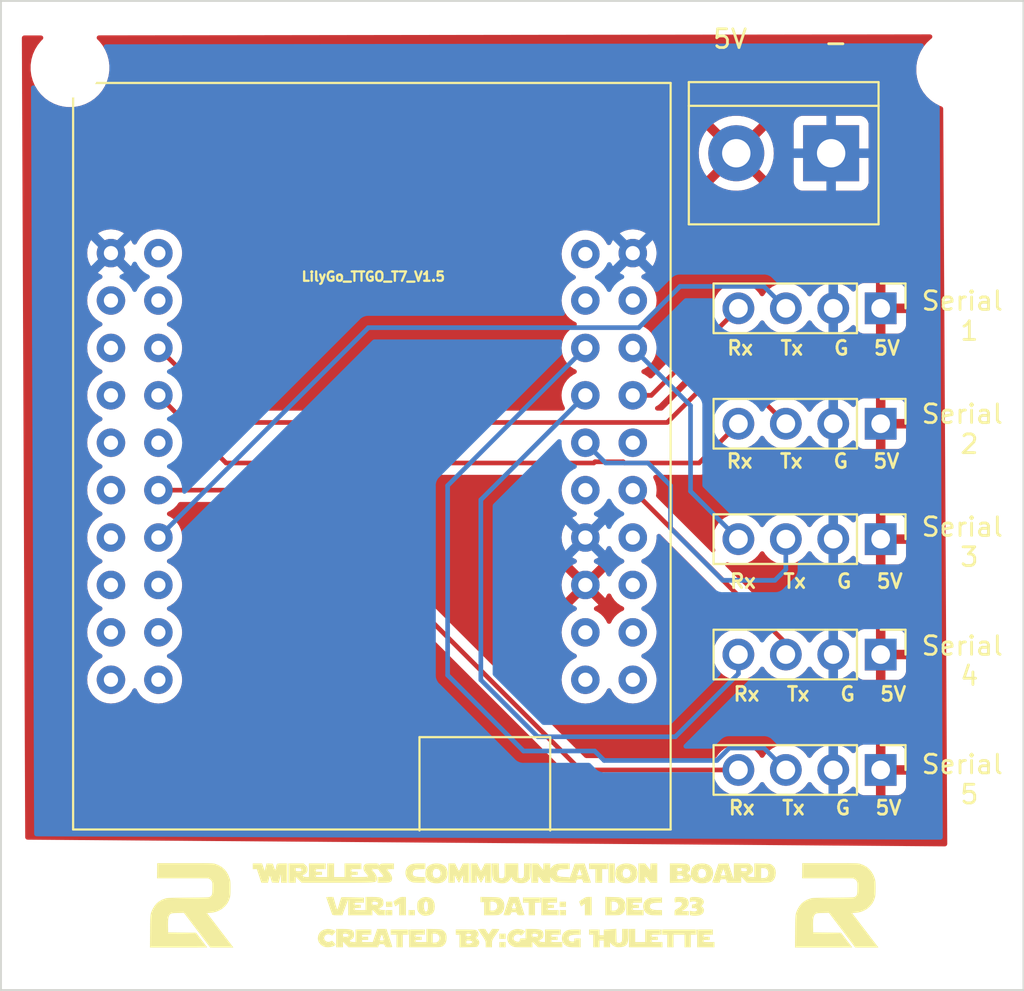
<source format=kicad_pcb>
(kicad_pcb (version 20211014) (generator pcbnew)
  (layers (0 "F.Cu" signal) (31 "B.Cu" signal) (34 "B.Paste" user) (35 "F.Paste" user) (36 "B.SilkS" user "B.Silkscreen") (37 "F.SilkS" user "F.Silkscreen") (38 "B.Mask" user) (39 "F.Mask" user) (44 "Edge.Cuts" user))
  (net 0 "")
  (net 1 "GND")
  (net 2 "+5V")
  (net 3 "Tx1")
  (net 4 "Rx1")
  (net 5 "Tx2")
  (net 6 "Rx2")
  (net 8 "Tx4")
  (net 9 "Rx4")
  (net 10 "Tx5")
  (net 13 "Rx5")
  (net 21 "Rx3")
  (net 37 "Tx3")
  (footprint "Logos:R2_Logo_V2" (layer "F.Cu") (at 124.206 115.813113)
    (fp_text reference "G***" hide)
    (fp_text value "LOGO" hide)
  )
  (footprint "Connector_PinHeader_2.54mm:PinHeader_1x04_P2.54mm_Vertical" (layer "F.Cu") (at 161.114 95.837 -90)
    (fp_text reference "J3" hide)
    (fp_text value "S3" hide)
    (pad "1" thru_hole rect locked (at 0 0 270) (size 1.7 1.7) (drill 1) (layers *.Cu *.Mask) (net 2 "+5V"))
    (pad "2" thru_hole oval locked (at 0 2.54 270) (size 1.7 1.7) (drill 1) (layers *.Cu *.Mask) (net 1 "GND"))
    (pad "3" thru_hole oval locked (at 0 5.08 270) (size 1.7 1.7) (drill 1) (layers *.Cu *.Mask) (net 37 "Tx3"))
    (pad "4" thru_hole oval locked (at 0 7.62 270) (size 1.7 1.7) (drill 1) (layers *.Cu *.Mask) (net 21 "Rx3"))
  )
  (footprint "MountingHole:MountingHole_3.2mm_M3" (layer "F.Cu") (at 165.082 116.24)
    (fp_text reference "REF**" hide)
    (fp_text value "MountingHole_3.2mm_M3" hide)
    (pad "" np_thru_hole circle locked (at 0 0) (size 3.2 3.2) (drill 3.2) (layers *.Cu *.Mask))
  )
  (footprint "MountingHole:MountingHole_3.2mm_M3" (layer "F.Cu") (at 165.128 70.684)
    (fp_text reference "REF**" hide)
    (fp_text value "MountingHole_3.2mm_M3" hide)
    (pad "" np_thru_hole circle locked (at 0 0) (size 3.2 3.2) (drill 3.2) (layers *.Cu *.Mask))
  )
  (footprint "MountingHole:MountingHole_3.2mm_M3" (layer "F.Cu") (at 117.654 116.298)
    (fp_text reference "REF**" hide)
    (fp_text value "MountingHole_3.2mm_M3" hide)
    (pad "" np_thru_hole circle locked (at 0 0) (size 3.2 3.2) (drill 3.2) (layers *.Cu *.Mask))
  )
  (footprint "Module:LILYGO_TTGO_T7_V1.5" (layer "F.Cu") (at 133.865 91.395)
    (fp_text reference "U1" hide)
    (fp_text value "LilyGo_TTGO_T7_V1.5" (at 0.0762 -9.6266 180) (layer "F.SilkS") (effects (font (size 0.5 0.5) (thickness 0.125))))
    (pad "0" thru_hole circle (at 13.973 4.357) (size 1.524 1.524) (drill 0.762) (layers *.Cu *.Mask))
    (pad "1" thru_hole circle (at 11.433 -10.833) (size 1.524 1.524) (drill 0.762) (layers *.Cu *.Mask))
    (pad "2" thru_hole circle (at 13.973 6.897) (size 1.524 1.524) (drill 0.762) (layers *.Cu *.Mask))
    (pad "3" thru_hole circle (at 11.433 -8.343) (size 1.524 1.524) (drill 0.762) (layers *.Cu *.Mask))
    (pad "4" thru_hole circle (at 13.973 1.817) (size 1.524 1.524) (drill 0.762) (layers *.Cu *.Mask) (net 8 "Tx4"))
    (pad "5" thru_hole circle (at -11.433 4.357) (size 1.524 1.524) (drill 0.762) (layers *.Cu *.Mask) (net 3 "Tx1"))
    (pad "18" thru_hole circle (at -11.433 -3.263) (size 1.524 1.524) (drill 0.762) (layers *.Cu *.Mask) (net 6 "Rx2"))
    (pad "19" thru_hole circle (at -11.433 -0.723) (size 1.524 1.524) (drill 0.762) (layers *.Cu *.Mask))
    (pad "21" thru_hole circle (at 11.433 -3.263) (size 1.524 1.524) (drill 0.762) (layers *.Cu *.Mask) (net 9 "Rx4"))
    (pad "22" thru_hole circle (at 11.433 -5.803) (size 1.524 1.524) (drill 0.762) (layers *.Cu *.Mask) (net 10 "Tx5"))
    (pad "23" thru_hole circle (at -11.433 1.817) (size 1.524 1.524) (drill 0.762) (layers *.Cu *.Mask) (net 13 "Rx5"))
    (pad "25" thru_hole circle (at 11.433 1.817) (size 1.524 1.524) (drill 0.762) (layers *.Cu *.Mask))
    (pad "26" thru_hole circle (at -11.433 -5.803) (size 1.524 1.524) (drill 0.762) (layers *.Cu *.Mask) (net 5 "Tx2"))
    (pad "27" thru_hole circle (at 11.433 -0.723) (size 1.524 1.524) (drill 0.762) (layers *.Cu *.Mask) (net 37 "Tx3"))
    (pad "32" thru_hole circle (at 13.973 -3.263) (size 1.524 1.524) (drill 0.762) (layers *.Cu *.Mask) (net 4 "Rx1"))
    (pad "33" thru_hole circle (at -13.973 -0.723) (size 1.524 1.524) (drill 0.762) (layers *.Cu *.Mask))
    (pad "34" thru_hole circle (at -13.973 1.817) (size 1.524 1.524) (drill 0.762) (layers *.Cu *.Mask))
    (pad "35" thru_hole circle (at -13.973 -3.263) (size 1.524 1.524) (drill 0.762) (layers *.Cu *.Mask))
    (pad "39" thru_hole circle (at -13.973 -5.803) (size 1.524 1.524) (drill 0.762) (layers *.Cu *.Mask))
    (pad "60" thru_hole circle (at 11.433 4.357) (size 1.524 1.524) (drill 0.762) (layers *.Cu *.Mask) (net 1 "GND"))
    (pad "61" thru_hole circle (at 13.973 -10.883) (size 1.524 1.524) (drill 0.762) (layers *.Cu *.Mask) (net 1 "GND"))
    (pad "62" thru_hole circle (at -13.973 -10.883) (size 1.524 1.524) (drill 0.762) (layers *.Cu *.Mask) (net 1 "GND"))
    (pad "70" thru_hole circle (at 11.433 6.897) (size 1.524 1.524) (drill 0.762) (layers *.Cu *.Mask) (net 2 "+5V"))
    (pad "71" thru_hole circle (at -11.433 6.897) (size 1.524 1.524) (drill 0.762) (layers *.Cu *.Mask))
    (pad "80" thru_hole circle (at 11.433 9.437) (size 1.524 1.524) (drill 0.762) (layers *.Cu *.Mask))
    (pad "81" thru_hole circle (at 11.433 11.977) (size 1.524 1.524) (drill 0.762) (layers *.Cu *.Mask))
    (pad "82" thru_hole circle (at 13.973 -0.723) (size 1.524 1.524) (drill 0.762) (layers *.Cu *.Mask))
    (pad "83" thru_hole circle (at 13.973 9.437) (size 1.524 1.524) (drill 0.762) (layers *.Cu *.Mask))
    (pad "84" thru_hole circle (at 13.973 11.977) (size 1.524 1.524) (drill 0.762) (layers *.Cu *.Mask))
    (pad "85" thru_hole circle (at -11.433 -10.883) (size 1.524 1.524) (drill 0.762) (layers *.Cu *.Mask))
    (pad "86" thru_hole circle (at -11.433 -8.343) (size 1.524 1.524) (drill 0.762) (layers *.Cu *.Mask))
    (pad "87" thru_hole circle (at -11.433 9.437) (size 1.524 1.524) (drill 0.762) (layers *.Cu *.Mask))
    (pad "88" thru_hole circle (at -11.433 11.977) (size 1.524 1.524) (drill 0.762) (layers *.Cu *.Mask))
    (pad "89" thru_hole circle (at -13.973 -8.343) (size 1.524 1.524) (drill 0.762) (layers *.Cu *.Mask))
    (pad "90" thru_hole circle (at -13.973 4.357) (size 1.524 1.524) (drill 0.762) (layers *.Cu *.Mask))
    (pad "91" thru_hole circle (at -13.973 6.897) (size 1.524 1.524) (drill 0.762) (layers *.Cu *.Mask))
    (pad "92" thru_hole circle (at -13.973 9.437) (size 1.524 1.524) (drill 0.762) (layers *.Cu *.Mask))
    (pad "93" thru_hole circle (at -13.973 11.977) (size 1.524 1.524) (drill 0.762) (layers *.Cu *.Mask))
    (pad "251" thru_hole circle (at 13.973 -5.803) (size 1.524 1.524) (drill 0.762) (layers *.Cu *.Mask) (net 21 "Rx3"))
    (pad "271" thru_hole circle (at 13.973 -8.343) (size 1.524 1.524) (drill 0.762) (layers *.Cu *.Mask))
  )
  (footprint "Logos:WCB" (layer "F.Cu") (at 141.478 115.45872)
    (fp_text reference "G***" hide)
    (fp_text value "LOGO" hide)
  )
  (footprint "Connector_PinHeader_2.54mm:PinHeader_1x04_P2.54mm_Vertical" (layer "F.Cu") (at 161.114 89.6535 -90)
    (fp_text reference "J2" hide)
    (fp_text value "S2" hide)
    (pad "1" thru_hole rect locked (at 0 0 270) (size 1.7 1.7) (drill 1) (layers *.Cu *.Mask) (net 2 "+5V"))
    (pad "2" thru_hole oval locked (at 0 2.54 270) (size 1.7 1.7) (drill 1) (layers *.Cu *.Mask) (net 1 "GND"))
    (pad "3" thru_hole oval locked (at 0 5.08 270) (size 1.7 1.7) (drill 1) (layers *.Cu *.Mask) (net 5 "Tx2"))
    (pad "4" thru_hole oval locked (at 0 7.62 270) (size 1.7 1.7) (drill 1) (layers *.Cu *.Mask) (net 6 "Rx2"))
  )
  (footprint "TerminalBlock:TerminalBlock_bornier-2_P5.08mm" (layer "F.Cu") (at 158.46 75.16 180)
    (fp_text reference "J6" hide)
    (fp_text value "Screw_Terminal_01x02" hide)
    (pad "1" thru_hole rect locked (at 0 0 180) (size 3 3) (drill 1.52) (layers *.Cu *.Mask) (net 1 "GND"))
    (pad "2" thru_hole circle locked (at 5.08 0 180) (size 3 3) (drill 1.52) (layers *.Cu *.Mask) (net 2 "+5V"))
  )
  (footprint "Connector_PinHeader_2.54mm:PinHeader_1x04_P2.54mm_Vertical" (layer "F.Cu") (at 161.114 83.47 -90)
    (fp_text reference "J1" hide)
    (fp_text value "S1" hide)
    (pad "1" thru_hole rect locked (at 0 0 270) (size 1.7 1.7) (drill 1) (layers *.Cu *.Mask) (net 2 "+5V"))
    (pad "2" thru_hole oval locked (at 0 2.54 270) (size 1.7 1.7) (drill 1) (layers *.Cu *.Mask) (net 1 "GND"))
    (pad "3" thru_hole oval locked (at 0 5.08 270) (size 1.7 1.7) (drill 1) (layers *.Cu *.Mask) (net 3 "Tx1"))
    (pad "4" thru_hole oval locked (at 0 7.62 270) (size 1.7 1.7) (drill 1) (layers *.Cu *.Mask) (net 4 "Rx1"))
  )
  (footprint "Connector_PinHeader_2.54mm:PinHeader_1x04_P2.54mm_Vertical" (layer "F.Cu") (at 161.114 102.0205 -90)
    (fp_text reference "J4" hide)
    (fp_text value "S4" hide)
    (pad "1" thru_hole rect locked (at 0 0 270) (size 1.7 1.7) (drill 1) (layers *.Cu *.Mask) (net 2 "+5V"))
    (pad "2" thru_hole oval locked (at 0 2.54 270) (size 1.7 1.7) (drill 1) (layers *.Cu *.Mask) (net 1 "GND"))
    (pad "3" thru_hole oval locked (at 0 5.08 270) (size 1.7 1.7) (drill 1) (layers *.Cu *.Mask) (net 8 "Tx4"))
    (pad "4" thru_hole oval locked (at 0 7.62 270) (size 1.7 1.7) (drill 1) (layers *.Cu *.Mask) (net 9 "Rx4"))
  )
  (footprint "Connector_PinHeader_2.54mm:PinHeader_1x04_P2.54mm_Vertical" (layer "F.Cu") (at 161.114 108.204 -90)
    (fp_text reference "J5" hide)
    (fp_text value "S5" hide)
    (pad "1" thru_hole rect locked (at 0 0 270) (size 1.7 1.7) (drill 1) (layers *.Cu *.Mask) (net 2 "+5V"))
    (pad "2" thru_hole oval locked (at 0 2.54 270) (size 1.7 1.7) (drill 1) (layers *.Cu *.Mask) (net 1 "GND"))
    (pad "3" thru_hole oval locked (at 0 5.08 270) (size 1.7 1.7) (drill 1) (layers *.Cu *.Mask) (net 10 "Tx5"))
    (pad "4" thru_hole oval locked (at 0 7.62 270) (size 1.7 1.7) (drill 1) (layers *.Cu *.Mask) (net 13 "Rx5"))
  )
  (footprint "MountingHole:MountingHole_3.2mm_M3" (layer "F.Cu") (at 117.7 70.58)
    (fp_text reference "REF**" hide)
    (fp_text value "MountingHole_3.2mm_M3" hide)
    (pad "" np_thru_hole circle locked (at 0 0) (size 3.2 3.2) (drill 3.2) (layers *.Cu *.Mask))
  )
  (footprint "Logos:R2_Logo_V2" (layer "F.Cu") (at 158.75 115.813113)
    (fp_text reference "G***" hide)
    (fp_text value "LOGO" hide)
  )
  (gr_line (start 114 67) (end 168.762 67) (layer "Edge.Cuts") (width 0.1))
  (gr_line (start 168.762 67) (end 168.762 120) (layer "Edge.Cuts") (width 0.1))
  (gr_line (start 114 120) (end 114 67) (layer "Edge.Cuts") (width 0.1))
  (gr_line (start 168.762 120) (end 114 120) (layer "Edge.Cuts") (width 0.1))
  (gr_text "Rx" (at 153.736 98.094) (layer "F.SilkS") (effects (font (size 0.75 0.75))))
  (gr_text "Serial \n2" (at 165.862 89.94) (layer "F.SilkS") (effects (font (size 1 1))))
  (gr_text "5V" (at 161.53 110.236) (layer "F.SilkS") (effects (font (size 0.75 0.75))))
  (gr_text "5V" (at 161.446 85.6) (layer "F.SilkS") (effects (font (size 0.75 0.75))))
  (gr_text "Serial \n4" (at 165.862 102.362) (layer "F.SilkS") (effects (font (size 1 1))))
  (gr_text "Rx" (at 153.586 85.6) (layer "F.SilkS") (effects (font (size 0.75 0.75))))
  (gr_text "G" (at 158.976 91.66) (layer "F.SilkS") (effects (font (size 0.75 0.75))))
  (gr_text "Tx" (at 156.356 85.6) (layer "F.SilkS") (effects (font (size 0.75 0.75))))
  (gr_text "Serial \n3" (at 165.862 95.99) (layer "F.SilkS") (effects (font (size 1 1))))
  (gr_text "Serial \n5" (at 165.862 108.712) (layer "F.SilkS") (effects (font (size 1 1))))
  (gr_text "5V" (at 161.784 104.14) (layer "F.SilkS") (effects (font (size 0.75 0.75))))
  (gr_text "5V" (at 161.416 91.66) (layer "F.SilkS") (effects (font (size 0.75 0.75))))
  (gr_text "Rx" (at 153.556 91.66) (layer "F.SilkS") (effects (font (size 0.75 0.75))))
  (gr_text "Tx" (at 156.506 98.094) (layer "F.SilkS") (effects (font (size 0.75 0.75))))
  (gr_text "5V" (at 161.596 98.094) (layer "F.SilkS") (effects (font (size 0.75 0.75))))
  (gr_text "G" (at 159.006 85.6) (layer "F.SilkS") (effects (font (size 0.75 0.75))))
  (gr_text "Serial \n1" (at 165.862 83.878) (layer "F.SilkS") (effects (font (size 1 1))))
  (gr_text "G" (at 159.344 104.14) (layer "F.SilkS") (effects (font (size 0.75 0.75))))
  (gr_text "5V" (at 153.05 69.04) (layer "F.SilkS") (effects (font (size 1 1))))
  (gr_text "-" (at 158.71 69.22) (layer "F.SilkS") (effects (font (size 1 1))))
  (gr_text "Rx" (at 153.924 104.14) (layer "F.SilkS") (effects (font (size 0.75 0.75))))
  (gr_text "Tx" (at 156.44 110.236) (layer "F.SilkS") (effects (font (size 0.75 0.75))))
  (gr_text "G" (at 159.156 98.094) (layer "F.SilkS") (effects (font (size 0.75 0.75))))
  (gr_text "Tx" (at 156.326 91.66) (layer "F.SilkS") (effects (font (size 0.75 0.75))))
  (gr_text "G" (at 159.09 110.236) (layer "F.SilkS") (effects (font (size 0.75 0.75))))
  (gr_text "Rx" (at 153.67 110.236) (layer "F.SilkS") (effects (font (size 0.75 0.75))))
  (gr_text "Tx" (at 156.694 104.14) (layer "F.SilkS") (effects (font (size 0.75 0.75))))
  (segment (start 156.034 83.47) (end 154.859489 82.295489) (width 0.25) (layer "B.Cu") (net 3))
  (segment (start 154.859489 82.295489) (end 150.368511 82.295489) (width 0.25) (layer "B.Cu") (net 3))
  (segment (start 150.368511 82.295489) (end 148.158511 84.505489) (width 0.25) (layer "B.Cu") (net 3))
  (segment (start 148.158511 84.505489) (end 133.678511 84.505489) (width 0.25) (layer "B.Cu") (net 3))
  (segment (start 133.678511 84.505489) (end 122.432 95.752) (width 0.25) (layer "B.Cu") (net 3))
  (segment (start 148.832 88.132) (end 147.838 88.132) (width 0.25) (layer "F.Cu") (net 4))
  (segment (start 153.494 83.47) (end 148.832 88.132) (width 0.25) (layer "F.Cu") (net 4))
  (segment (start 156.034 89.6535) (end 153.7565 87.376) (width 0.25) (layer "F.Cu") (net 5))
  (segment (start 153.7565 87.376) (end 151.892 87.376) (width 0.25) (layer "F.Cu") (net 5))
  (segment (start 126.425489 89.585489) (end 122.432 85.592) (width 0.25) (layer "F.Cu") (net 5))
  (segment (start 151.892 87.376) (end 149.682511 89.585489) (width 0.25) (layer "F.Cu") (net 5))
  (segment (start 149.682511 89.585489) (end 126.425489 89.585489) (width 0.25) (layer "F.Cu") (net 5))
  (segment (start 147.387951 91.758511) (end 151.388989 91.758511) (width 0.25) (layer "F.Cu") (net 6))
  (segment (start 151.388989 91.758511) (end 153.494 89.6535) (width 0.25) (layer "F.Cu") (net 6))
  (segment (start 147.32344 91.694) (end 147.387951 91.758511) (width 0.25) (layer "F.Cu") (net 6))
  (segment (start 145.748049 91.758511) (end 145.81256 91.694) (width 0.25) (layer "F.Cu") (net 6))
  (segment (start 126.058511 91.758511) (end 145.748049 91.758511) (width 0.25) (layer "F.Cu") (net 6))
  (segment (start 145.81256 91.694) (end 147.32344 91.694) (width 0.25) (layer "F.Cu") (net 6))
  (segment (start 122.432 88.132) (end 126.058511 91.758511) (width 0.25) (layer "F.Cu") (net 6))
  (segment (start 156.034 101.408) (end 156.034 102.0205) (width 0.25) (layer "F.Cu") (net 8))
  (segment (start 147.838 93.212) (end 156.034 101.408) (width 0.25) (layer "F.Cu") (net 8))
  (segment (start 139.7 103.378) (end 139.7 93.73) (width 0.25) (layer "B.Cu") (net 9))
  (segment (start 153.494 103.046) (end 150.114 106.426) (width 0.25) (layer "B.Cu") (net 9))
  (segment (start 139.7 93.73) (end 145.298 88.132) (width 0.25) (layer "B.Cu") (net 9))
  (segment (start 142.748 106.426) (end 139.7 103.378) (width 0.25) (layer "B.Cu") (net 9))
  (segment (start 150.114 106.426) (end 142.748 106.426) (width 0.25) (layer "B.Cu") (net 9))
  (segment (start 153.494 102.0205) (end 153.494 103.046) (width 0.25) (layer "B.Cu") (net 9))
  (segment (start 141.986 107.188) (end 145.796 107.188) (width 0.25) (layer "B.Cu") (net 10))
  (segment (start 154.859489 107.029489) (end 156.034 108.204) (width 0.25) (layer "B.Cu") (net 10))
  (segment (start 145.796 107.188) (end 146.304 107.696) (width 0.25) (layer "B.Cu") (net 10))
  (segment (start 145.298 85.592) (end 137.922 92.968) (width 0.25) (layer "B.Cu") (net 10))
  (segment (start 146.304 107.696) (end 152.34099 107.696) (width 0.25) (layer "B.Cu") (net 10))
  (segment (start 152.34099 107.696) (end 153.007501 107.029489) (width 0.25) (layer "B.Cu") (net 10))
  (segment (start 137.922 92.968) (end 137.922 103.124) (width 0.25) (layer "B.Cu") (net 10))
  (segment (start 153.007501 107.029489) (end 154.859489 107.029489) (width 0.25) (layer "B.Cu") (net 10))
  (segment (start 137.922 103.124) (end 141.986 107.188) (width 0.25) (layer "B.Cu") (net 10))
  (segment (start 145.034 108.204) (end 153.494 108.204) (width 0.25) (layer "F.Cu") (net 13))
  (segment (start 122.432 93.212) (end 130.042 93.212) (width 0.25) (layer "F.Cu") (net 13))
  (segment (start 130.042 93.212) (end 145.034 108.204) (width 0.25) (layer "F.Cu") (net 13))
  (segment (start 150.93 93.273) (end 150.93 88.684) (width 0.25) (layer "B.Cu") (net 21))
  (segment (start 150.93 93.273) (end 153.494 95.837) (width 0.25) (layer "B.Cu") (net 21))
  (segment (start 150.93 88.684) (end 147.838 85.592) (width 0.25) (layer "B.Cu") (net 21))
  (segment (start 148.654511 91.758511) (end 146.384511 91.758511) (width 0.25) (layer "B.Cu") (net 37))
  (segment (start 152.654 98.044) (end 149.86 95.25) (width 0.25) (layer "B.Cu") (net 37))
  (segment (start 149.86 92.964) (end 148.654511 91.758511) (width 0.25) (layer "B.Cu") (net 37))
  (segment (start 149.86 95.25) (end 149.86 92.964) (width 0.25) (layer "B.Cu") (net 37))
  (segment (start 155.448 98.044) (end 152.654 98.044) (width 0.25) (layer "B.Cu") (net 37))
  (segment (start 156.034 95.837) (end 156.034 97.458) (width 0.25) (layer "B.Cu") (net 37))
  (segment (start 146.384511 91.758511) (end 145.298 90.672) (width 0.25) (layer "B.Cu") (net 37))
  (segment (start 156.034 97.458) (end 155.448 98.044) (width 0.25) (layer "B.Cu") (net 37))
  (zone (net 2) (net_name "+5V") (layer "F.Cu") (connect_pads (clearance 0.508)) (min_thickness 0.254) (fill yes (thermal_gap 0.508) (thermal_bridge_width 0.508))
    (polygon (pts (xy 164.68 112.3) (xy 115.3 111.94) (xy 115.12 68.85) (xy 164.44 68.79)))
  )
  (zone (net 1) (net_name "GND") (layer "B.Cu") (connect_pads (clearance 0.508)) (min_thickness 0.254) (fill yes (thermal_gap 0.508) (thermal_bridge_width 0.508))
    (polygon (pts (xy 164.44 111.94) (xy 115.78 111.76) (xy 115.6 69.33) (xy 164.26 69.27)))
  )
)
</source>
